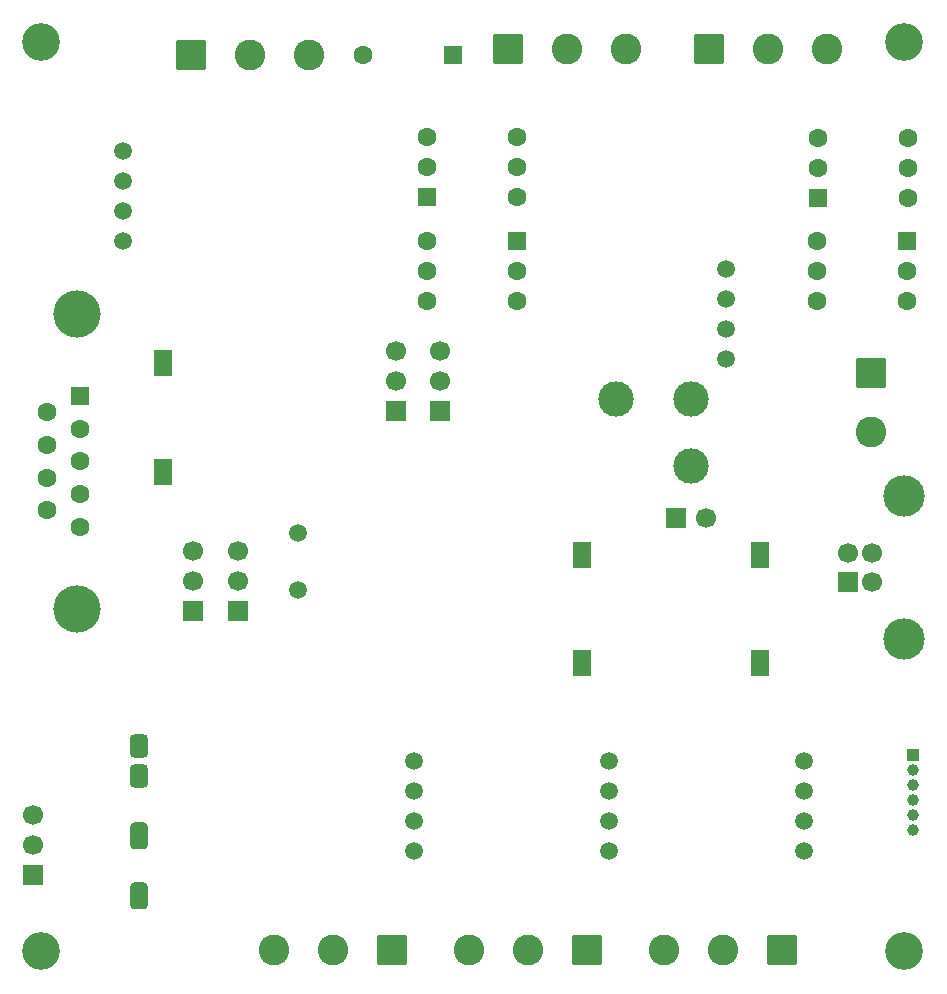
<source format=gbr>
%TF.GenerationSoftware,KiCad,Pcbnew,9.0.0*%
%TF.CreationDate,2025-03-21T17:04:22+03:00*%
%TF.ProjectId,many485,6d616e79-3438-4352-9e6b-696361645f70,rev?*%
%TF.SameCoordinates,Original*%
%TF.FileFunction,Soldermask,Bot*%
%TF.FilePolarity,Negative*%
%FSLAX46Y46*%
G04 Gerber Fmt 4.6, Leading zero omitted, Abs format (unit mm)*
G04 Created by KiCad (PCBNEW 9.0.0) date 2025-03-21 17:04:22*
%MOMM*%
%LPD*%
G01*
G04 APERTURE LIST*
G04 Aperture macros list*
%AMRoundRect*
0 Rectangle with rounded corners*
0 $1 Rounding radius*
0 $2 $3 $4 $5 $6 $7 $8 $9 X,Y pos of 4 corners*
0 Add a 4 corners polygon primitive as box body*
4,1,4,$2,$3,$4,$5,$6,$7,$8,$9,$2,$3,0*
0 Add four circle primitives for the rounded corners*
1,1,$1+$1,$2,$3*
1,1,$1+$1,$4,$5*
1,1,$1+$1,$6,$7*
1,1,$1+$1,$8,$9*
0 Add four rect primitives between the rounded corners*
20,1,$1+$1,$2,$3,$4,$5,0*
20,1,$1+$1,$4,$5,$6,$7,0*
20,1,$1+$1,$6,$7,$8,$9,0*
20,1,$1+$1,$8,$9,$2,$3,0*%
G04 Aperture macros list end*
%ADD10C,3.000000*%
%ADD11RoundRect,0.250000X-1.050000X1.050000X-1.050000X-1.050000X1.050000X-1.050000X1.050000X1.050000X0*%
%ADD12C,2.600000*%
%ADD13R,1.700000X1.700000*%
%ADD14C,1.700000*%
%ADD15RoundRect,0.250000X-1.050000X-1.050000X1.050000X-1.050000X1.050000X1.050000X-1.050000X1.050000X0*%
%ADD16RoundRect,0.250000X1.050000X1.050000X-1.050000X1.050000X-1.050000X-1.050000X1.050000X-1.050000X0*%
%ADD17R,1.000000X1.000000*%
%ADD18C,1.000000*%
%ADD19C,3.200000*%
%ADD20C,1.500000*%
%ADD21RoundRect,0.250000X0.550000X0.550000X-0.550000X0.550000X-0.550000X-0.550000X0.550000X-0.550000X0*%
%ADD22C,1.600000*%
%ADD23RoundRect,0.250000X-0.550000X-0.550000X0.550000X-0.550000X0.550000X0.550000X-0.550000X0.550000X0*%
%ADD24RoundRect,0.381000X-0.381000X0.619000X-0.381000X-0.619000X0.381000X-0.619000X0.381000X0.619000X0*%
%ADD25RoundRect,0.381000X-0.381000X0.762000X-0.381000X-0.762000X0.381000X-0.762000X0.381000X0.762000X0*%
%ADD26R,1.600000X2.180000*%
%ADD27C,4.000000*%
%ADD28R,1.600000X1.600000*%
%ADD29C,3.500000*%
G04 APERTURE END LIST*
D10*
%TO.C,TP1*%
X122631200Y-67767200D03*
%TD*%
%TO.C,TP3*%
X129032000Y-73406000D03*
%TD*%
%TO.C,TP2*%
X128981200Y-67716400D03*
%TD*%
D11*
%TO.C,J9*%
X144241300Y-65521200D03*
D12*
X144241300Y-70521200D03*
%TD*%
D13*
%TO.C,JP3*%
X127711200Y-77825600D03*
D14*
X130251200Y-77825600D03*
%TD*%
D13*
%TO.C,JP2*%
X104038400Y-68732400D03*
D14*
X104038400Y-66192400D03*
X104038400Y-63652400D03*
%TD*%
D13*
%TO.C,JP5*%
X86800000Y-85700000D03*
D14*
X86800000Y-83160000D03*
X86800000Y-80620000D03*
%TD*%
D13*
%TO.C,JP6*%
X73304400Y-108000800D03*
D14*
X73304400Y-105460800D03*
X73304400Y-102920800D03*
%TD*%
D13*
%TO.C,JP1*%
X107746800Y-68732400D03*
D14*
X107746800Y-66192400D03*
X107746800Y-63652400D03*
%TD*%
D13*
%TO.C,JP4*%
X90600000Y-85700000D03*
D14*
X90600000Y-83160000D03*
X90600000Y-80620000D03*
%TD*%
D15*
%TO.C,J7*%
X113486600Y-38083600D03*
D12*
X118486600Y-38083600D03*
X123486600Y-38083600D03*
%TD*%
D16*
%TO.C,J13*%
X120179200Y-114374500D03*
D12*
X115179200Y-114374500D03*
X110179200Y-114374500D03*
%TD*%
D16*
%TO.C,J14*%
X103679200Y-114374500D03*
D12*
X98679200Y-114374500D03*
X93679200Y-114374500D03*
%TD*%
D16*
%TO.C,J12*%
X136679200Y-114374500D03*
D12*
X131679200Y-114374500D03*
X126679200Y-114374500D03*
%TD*%
D15*
%TO.C,J6*%
X130486600Y-38083600D03*
D12*
X135486600Y-38083600D03*
X140486600Y-38083600D03*
%TD*%
D15*
%TO.C,J8*%
X86669500Y-38603500D03*
D12*
X91669500Y-38603500D03*
X96669500Y-38603500D03*
%TD*%
D17*
%TO.C,J3*%
X147750000Y-97900000D03*
D18*
X147750000Y-99170000D03*
X147750000Y-100440000D03*
X147750000Y-101710000D03*
X147750000Y-102980000D03*
X147750000Y-104250000D03*
%TD*%
D19*
%TO.C,J1*%
X74000000Y-37500000D03*
%TD*%
%TO.C,J5*%
X147000000Y-114500000D03*
%TD*%
%TO.C,J4*%
X74000000Y-114500000D03*
%TD*%
%TO.C,J2*%
X147000000Y-37500000D03*
%TD*%
D20*
%TO.C,Q2*%
X80899100Y-54342100D03*
X80899100Y-51802100D03*
X80899100Y-49262100D03*
X80899100Y-46722100D03*
%TD*%
D21*
%TO.C,U13*%
X114249200Y-54356000D03*
D22*
X114249200Y-56896000D03*
X114249200Y-59436000D03*
X106629200Y-59436000D03*
X106629200Y-56896000D03*
X106629200Y-54356000D03*
%TD*%
D23*
%TO.C,U11*%
X106639200Y-50647600D03*
D22*
X106639200Y-48107600D03*
X106639200Y-45567600D03*
X114259200Y-45567600D03*
X114259200Y-48107600D03*
X114259200Y-50647600D03*
%TD*%
D21*
%TO.C,SW1*%
X108805000Y-38585000D03*
D22*
X101185000Y-38585000D03*
%TD*%
D20*
%TO.C,Q3*%
X131973400Y-64363600D03*
X131973400Y-61823600D03*
X131973400Y-59283600D03*
X131973400Y-56743600D03*
%TD*%
%TO.C,Y1*%
X95758000Y-79033200D03*
X95758000Y-83913200D03*
%TD*%
%TO.C,Q7*%
X105582000Y-98370900D03*
X105582000Y-100910900D03*
X105582000Y-103450900D03*
X105582000Y-105990900D03*
%TD*%
D24*
%TO.C,Q4*%
X82288800Y-97078600D03*
X82288800Y-99618600D03*
D25*
X82288800Y-104698600D03*
X82288800Y-109778600D03*
%TD*%
D26*
%TO.C,SW2*%
X84277200Y-73881200D03*
X84277200Y-64701200D03*
%TD*%
%TO.C,SW3*%
X134800000Y-90100000D03*
X134800000Y-80920000D03*
%TD*%
D21*
%TO.C,U12*%
X147269200Y-54356000D03*
D22*
X147269200Y-56896000D03*
X147269200Y-59436000D03*
X139649200Y-59436000D03*
X139649200Y-56896000D03*
X139649200Y-54356000D03*
%TD*%
D20*
%TO.C,Q5*%
X138582000Y-98370900D03*
X138582000Y-100910900D03*
X138582000Y-103450900D03*
X138582000Y-105990900D03*
%TD*%
D27*
%TO.C,J10*%
X77000000Y-85500000D03*
X77000000Y-60500000D03*
D28*
X77300000Y-67460000D03*
D22*
X77300000Y-70230000D03*
X77300000Y-73000000D03*
X77300000Y-75770000D03*
X77300000Y-78540000D03*
X74460000Y-68845000D03*
X74460000Y-71615000D03*
X74460000Y-74385000D03*
X74460000Y-77155000D03*
%TD*%
D13*
%TO.C,J11*%
X142317300Y-83241200D03*
D14*
X142317300Y-80741200D03*
X144317300Y-80741200D03*
X144317300Y-83241200D03*
D29*
X147027300Y-75971200D03*
X147027300Y-88011200D03*
%TD*%
D23*
%TO.C,U10*%
X139760800Y-50698400D03*
D22*
X139760800Y-48158400D03*
X139760800Y-45618400D03*
X147380800Y-45618400D03*
X147380800Y-48158400D03*
X147380800Y-50698400D03*
%TD*%
D20*
%TO.C,Q6*%
X122082000Y-98370900D03*
X122082000Y-100910900D03*
X122082000Y-103450900D03*
X122082000Y-105990900D03*
%TD*%
D26*
%TO.C,SW4*%
X119800000Y-90090000D03*
X119800000Y-80910000D03*
%TD*%
M02*

</source>
